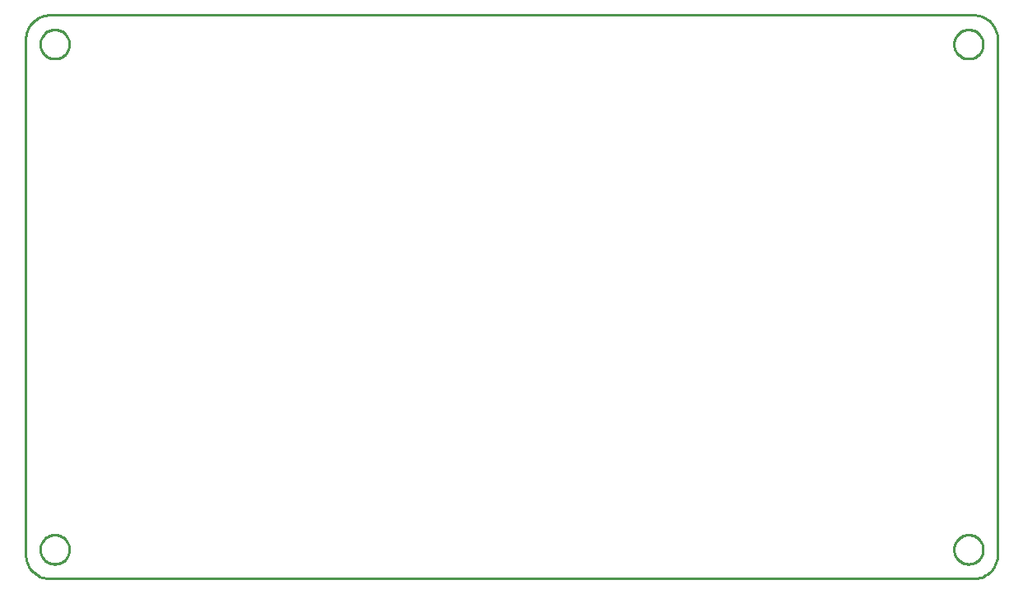
<source format=gbr>
G04 EAGLE Gerber RS-274X export*
G75*
%MOMM*%
%FSLAX34Y34*%
%LPD*%
%IN*%
%IPPOS*%
%AMOC8*
5,1,8,0,0,1.08239X$1,22.5*%
G01*
%ADD10C,0.254000*%


D10*
X0Y25000D02*
X95Y22821D01*
X380Y20659D01*
X852Y18530D01*
X1508Y16450D01*
X2342Y14435D01*
X3349Y12500D01*
X4521Y10661D01*
X5849Y8930D01*
X7322Y7322D01*
X8930Y5849D01*
X10661Y4521D01*
X12500Y3349D01*
X14435Y2342D01*
X16450Y1508D01*
X18530Y852D01*
X20659Y380D01*
X22821Y95D01*
X25000Y0D01*
X975000Y0D01*
X977179Y95D01*
X979341Y380D01*
X981470Y852D01*
X983551Y1508D01*
X985565Y2342D01*
X987500Y3349D01*
X989339Y4521D01*
X991070Y5849D01*
X992678Y7322D01*
X994151Y8930D01*
X995479Y10661D01*
X996651Y12500D01*
X997658Y14435D01*
X998492Y16450D01*
X999148Y18530D01*
X999620Y20659D01*
X999905Y22821D01*
X1000000Y25000D01*
X1000000Y555000D01*
X999905Y557179D01*
X999620Y559341D01*
X999148Y561470D01*
X998492Y563551D01*
X997658Y565565D01*
X996651Y567500D01*
X995479Y569339D01*
X994151Y571070D01*
X992678Y572678D01*
X991070Y574151D01*
X989339Y575479D01*
X987500Y576651D01*
X985565Y577658D01*
X983551Y578492D01*
X981470Y579148D01*
X979341Y579620D01*
X977179Y579905D01*
X975000Y580000D01*
X25000Y580000D01*
X22821Y579905D01*
X20659Y579620D01*
X18530Y579148D01*
X16450Y578492D01*
X14435Y577658D01*
X12500Y576651D01*
X10661Y575479D01*
X8930Y574151D01*
X7322Y572678D01*
X5849Y571070D01*
X4521Y569339D01*
X3349Y567500D01*
X2342Y565565D01*
X1508Y563551D01*
X852Y561470D01*
X380Y559341D01*
X95Y557179D01*
X0Y555000D01*
X0Y25000D01*
X45000Y549464D02*
X44924Y548396D01*
X44771Y547335D01*
X44543Y546288D01*
X44241Y545260D01*
X43867Y544256D01*
X43422Y543281D01*
X42908Y542341D01*
X42329Y541440D01*
X41687Y540582D01*
X40985Y539772D01*
X40228Y539015D01*
X39418Y538313D01*
X38560Y537671D01*
X37659Y537092D01*
X36719Y536578D01*
X35744Y536133D01*
X34740Y535759D01*
X33712Y535457D01*
X32665Y535229D01*
X31604Y535076D01*
X30536Y535000D01*
X29464Y535000D01*
X28396Y535076D01*
X27335Y535229D01*
X26288Y535457D01*
X25260Y535759D01*
X24256Y536133D01*
X23281Y536578D01*
X22341Y537092D01*
X21440Y537671D01*
X20582Y538313D01*
X19772Y539015D01*
X19015Y539772D01*
X18313Y540582D01*
X17671Y541440D01*
X17092Y542341D01*
X16578Y543281D01*
X16133Y544256D01*
X15759Y545260D01*
X15457Y546288D01*
X15229Y547335D01*
X15076Y548396D01*
X15000Y549464D01*
X15000Y550536D01*
X15076Y551604D01*
X15229Y552665D01*
X15457Y553712D01*
X15759Y554740D01*
X16133Y555744D01*
X16578Y556719D01*
X17092Y557659D01*
X17671Y558560D01*
X18313Y559418D01*
X19015Y560228D01*
X19772Y560985D01*
X20582Y561687D01*
X21440Y562329D01*
X22341Y562908D01*
X23281Y563422D01*
X24256Y563867D01*
X25260Y564241D01*
X26288Y564543D01*
X27335Y564771D01*
X28396Y564924D01*
X29464Y565000D01*
X30536Y565000D01*
X31604Y564924D01*
X32665Y564771D01*
X33712Y564543D01*
X34740Y564241D01*
X35744Y563867D01*
X36719Y563422D01*
X37659Y562908D01*
X38560Y562329D01*
X39418Y561687D01*
X40228Y560985D01*
X40985Y560228D01*
X41687Y559418D01*
X42329Y558560D01*
X42908Y557659D01*
X43422Y556719D01*
X43867Y555744D01*
X44241Y554740D01*
X44543Y553712D01*
X44771Y552665D01*
X44924Y551604D01*
X45000Y550536D01*
X45000Y549464D01*
X985000Y549464D02*
X984924Y548396D01*
X984771Y547335D01*
X984543Y546288D01*
X984241Y545260D01*
X983867Y544256D01*
X983422Y543281D01*
X982908Y542341D01*
X982329Y541440D01*
X981687Y540582D01*
X980985Y539772D01*
X980228Y539015D01*
X979418Y538313D01*
X978560Y537671D01*
X977659Y537092D01*
X976719Y536578D01*
X975744Y536133D01*
X974740Y535759D01*
X973712Y535457D01*
X972665Y535229D01*
X971604Y535076D01*
X970536Y535000D01*
X969464Y535000D01*
X968396Y535076D01*
X967335Y535229D01*
X966288Y535457D01*
X965260Y535759D01*
X964256Y536133D01*
X963281Y536578D01*
X962341Y537092D01*
X961440Y537671D01*
X960582Y538313D01*
X959772Y539015D01*
X959015Y539772D01*
X958313Y540582D01*
X957671Y541440D01*
X957092Y542341D01*
X956578Y543281D01*
X956133Y544256D01*
X955759Y545260D01*
X955457Y546288D01*
X955229Y547335D01*
X955076Y548396D01*
X955000Y549464D01*
X955000Y550536D01*
X955076Y551604D01*
X955229Y552665D01*
X955457Y553712D01*
X955759Y554740D01*
X956133Y555744D01*
X956578Y556719D01*
X957092Y557659D01*
X957671Y558560D01*
X958313Y559418D01*
X959015Y560228D01*
X959772Y560985D01*
X960582Y561687D01*
X961440Y562329D01*
X962341Y562908D01*
X963281Y563422D01*
X964256Y563867D01*
X965260Y564241D01*
X966288Y564543D01*
X967335Y564771D01*
X968396Y564924D01*
X969464Y565000D01*
X970536Y565000D01*
X971604Y564924D01*
X972665Y564771D01*
X973712Y564543D01*
X974740Y564241D01*
X975744Y563867D01*
X976719Y563422D01*
X977659Y562908D01*
X978560Y562329D01*
X979418Y561687D01*
X980228Y560985D01*
X980985Y560228D01*
X981687Y559418D01*
X982329Y558560D01*
X982908Y557659D01*
X983422Y556719D01*
X983867Y555744D01*
X984241Y554740D01*
X984543Y553712D01*
X984771Y552665D01*
X984924Y551604D01*
X985000Y550536D01*
X985000Y549464D01*
X45000Y29464D02*
X44924Y28396D01*
X44771Y27335D01*
X44543Y26288D01*
X44241Y25260D01*
X43867Y24256D01*
X43422Y23281D01*
X42908Y22341D01*
X42329Y21440D01*
X41687Y20582D01*
X40985Y19772D01*
X40228Y19015D01*
X39418Y18313D01*
X38560Y17671D01*
X37659Y17092D01*
X36719Y16578D01*
X35744Y16133D01*
X34740Y15759D01*
X33712Y15457D01*
X32665Y15229D01*
X31604Y15076D01*
X30536Y15000D01*
X29464Y15000D01*
X28396Y15076D01*
X27335Y15229D01*
X26288Y15457D01*
X25260Y15759D01*
X24256Y16133D01*
X23281Y16578D01*
X22341Y17092D01*
X21440Y17671D01*
X20582Y18313D01*
X19772Y19015D01*
X19015Y19772D01*
X18313Y20582D01*
X17671Y21440D01*
X17092Y22341D01*
X16578Y23281D01*
X16133Y24256D01*
X15759Y25260D01*
X15457Y26288D01*
X15229Y27335D01*
X15076Y28396D01*
X15000Y29464D01*
X15000Y30536D01*
X15076Y31604D01*
X15229Y32665D01*
X15457Y33712D01*
X15759Y34740D01*
X16133Y35744D01*
X16578Y36719D01*
X17092Y37659D01*
X17671Y38560D01*
X18313Y39418D01*
X19015Y40228D01*
X19772Y40985D01*
X20582Y41687D01*
X21440Y42329D01*
X22341Y42908D01*
X23281Y43422D01*
X24256Y43867D01*
X25260Y44241D01*
X26288Y44543D01*
X27335Y44771D01*
X28396Y44924D01*
X29464Y45000D01*
X30536Y45000D01*
X31604Y44924D01*
X32665Y44771D01*
X33712Y44543D01*
X34740Y44241D01*
X35744Y43867D01*
X36719Y43422D01*
X37659Y42908D01*
X38560Y42329D01*
X39418Y41687D01*
X40228Y40985D01*
X40985Y40228D01*
X41687Y39418D01*
X42329Y38560D01*
X42908Y37659D01*
X43422Y36719D01*
X43867Y35744D01*
X44241Y34740D01*
X44543Y33712D01*
X44771Y32665D01*
X44924Y31604D01*
X45000Y30536D01*
X45000Y29464D01*
X985000Y29464D02*
X984924Y28396D01*
X984771Y27335D01*
X984543Y26288D01*
X984241Y25260D01*
X983867Y24256D01*
X983422Y23281D01*
X982908Y22341D01*
X982329Y21440D01*
X981687Y20582D01*
X980985Y19772D01*
X980228Y19015D01*
X979418Y18313D01*
X978560Y17671D01*
X977659Y17092D01*
X976719Y16578D01*
X975744Y16133D01*
X974740Y15759D01*
X973712Y15457D01*
X972665Y15229D01*
X971604Y15076D01*
X970536Y15000D01*
X969464Y15000D01*
X968396Y15076D01*
X967335Y15229D01*
X966288Y15457D01*
X965260Y15759D01*
X964256Y16133D01*
X963281Y16578D01*
X962341Y17092D01*
X961440Y17671D01*
X960582Y18313D01*
X959772Y19015D01*
X959015Y19772D01*
X958313Y20582D01*
X957671Y21440D01*
X957092Y22341D01*
X956578Y23281D01*
X956133Y24256D01*
X955759Y25260D01*
X955457Y26288D01*
X955229Y27335D01*
X955076Y28396D01*
X955000Y29464D01*
X955000Y30536D01*
X955076Y31604D01*
X955229Y32665D01*
X955457Y33712D01*
X955759Y34740D01*
X956133Y35744D01*
X956578Y36719D01*
X957092Y37659D01*
X957671Y38560D01*
X958313Y39418D01*
X959015Y40228D01*
X959772Y40985D01*
X960582Y41687D01*
X961440Y42329D01*
X962341Y42908D01*
X963281Y43422D01*
X964256Y43867D01*
X965260Y44241D01*
X966288Y44543D01*
X967335Y44771D01*
X968396Y44924D01*
X969464Y45000D01*
X970536Y45000D01*
X971604Y44924D01*
X972665Y44771D01*
X973712Y44543D01*
X974740Y44241D01*
X975744Y43867D01*
X976719Y43422D01*
X977659Y42908D01*
X978560Y42329D01*
X979418Y41687D01*
X980228Y40985D01*
X980985Y40228D01*
X981687Y39418D01*
X982329Y38560D01*
X982908Y37659D01*
X983422Y36719D01*
X983867Y35744D01*
X984241Y34740D01*
X984543Y33712D01*
X984771Y32665D01*
X984924Y31604D01*
X985000Y30536D01*
X985000Y29464D01*
M02*

</source>
